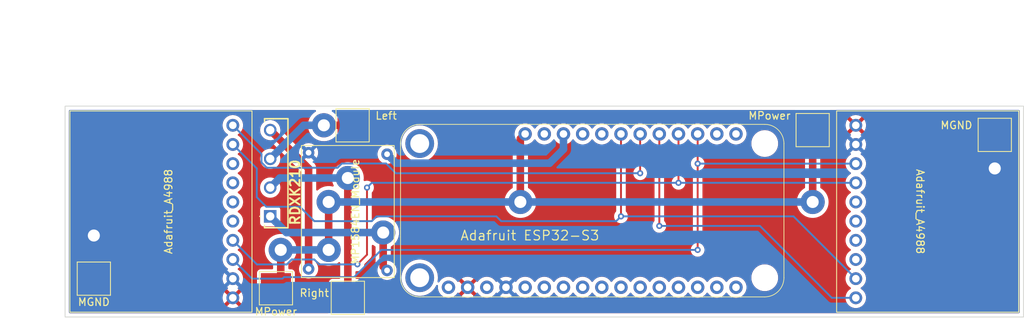
<source format=kicad_pcb>
(kicad_pcb (version 20211014) (generator pcbnew)
  (layers (0 "F.Cu" signal) (31 "B.Cu" signal) (34 "B.Paste" user) (35 "F.Paste" user) (36 "B.SilkS" user "B.Silkscreen") (37 "F.SilkS" user "F.Silkscreen") (38 "B.Mask" user) (39 "F.Mask" user) (44 "Edge.Cuts" user))
  (net 0 "")
  (net 5 "/CommonSLP")
  (net 29 "Net-(D101-Pad1)")
  (net 30 "Net-(D101-Pad2)")
  (net 31 "Net-(D101-Pad3)")
  (net 32 "Net-(D101-Pad4)")
  (net 33 "VDD")
  (net 34 "GND")
  (net 35 "/CommonDIR")
  (net 36 "/CommonSTEP")
  (net 37 "/FrontEN")
  (net 38 "VBUS")
  (net 39 "/RearEN")
  (net 40 "/MPower")
  (footprint "Adafruit:Adafruit A4988" (layer "F.Cu") (at 172.72 80.01 -90)
    (fp_text reference "MS101" hide)
    (fp_text value "Adafruit_A4988" (at 0 1 -90 unlocked) (layer "F.SilkS"))
    (fp_rect (start -13.335 -12.065) (end 13.335 12.065) (layer "F.SilkS") (width 0.12) (fill none))
    (pad "1" thru_hole circle (at -11.43 9.525 270) (size 1.7 1.7) (drill 1) (layers *.Cu *.Mask) (net 33 "VDD"))
    (pad "2" thru_hole circle (at -8.89 9.525 270) (size 1.7 1.7) (drill 1) (layers *.Cu *.Mask) (net 34 "GND"))
    (pad "3" thru_hole circle (at -6.35 9.525 270) (size 1.7 1.7) (drill 1) (layers *.Cu *.Mask) (net 35 "/CommonDIR"))
    (pad "4" thru_hole circle (at -3.81 9.525 270) (size 1.7 1.7) (drill 1) (layers *.Cu *.Mask) (net 36 "/CommonSTEP"))
    (pad "5" thru_hole circle (at -1.27 9.525 270) (size 1.7 1.7) (drill 1) (layers *.Cu *.Mask))
    (pad "6" thru_hole circle (at 1.27 9.525 270) (size 1.7 1.7) (drill 1) (layers *.Cu *.Mask))
    (pad "7" thru_hole circle (at 3.81 9.525 270) (size 1.7 1.7) (drill 1) (layers *.Cu *.Mask))
    (pad "8" thru_hole circle (at 6.35 9.525 270) (size 1.7 1.7) (drill 1) (layers *.Cu *.Mask))
    (pad "9" thru_hole circle (at 8.89 9.525 270) (size 1.7 1.7) (drill 1) (layers *.Cu *.Mask) (net 5 "/CommonSLP"))
    (pad "10" thru_hole circle (at 11.43 9.525 270) (size 1.7 1.7) (drill 1) (layers *.Cu *.Mask) (net 37 "/FrontEN"))
  )
  (footprint "Adafruit:Adafruit A4988" (layer "F.Cu") (at 71.12 80.01 90)
    (fp_text reference "MS103" hide)
    (fp_text value "Adafruit_A4988" (at 0 1 90 unlocked) (layer "F.SilkS"))
    (fp_rect (start -13.335 -12.065) (end 13.335 12.065) (layer "F.SilkS") (width 0.12) (fill none))
    (pad "1" thru_hole circle (at -11.43 9.525 90) (size 1.7 1.7) (drill 1) (layers *.Cu *.Mask) (net 33 "VDD"))
    (pad "2" thru_hole circle (at -8.89 9.525 90) (size 1.7 1.7) (drill 1) (layers *.Cu *.Mask) (net 34 "GND"))
    (pad "3" thru_hole circle (at -6.35 9.525 90) (size 1.7 1.7) (drill 1) (layers *.Cu *.Mask) (net 35 "/CommonDIR"))
    (pad "4" thru_hole circle (at -3.81 9.525 90) (size 1.7 1.7) (drill 1) (layers *.Cu *.Mask) (net 36 "/CommonSTEP"))
    (pad "5" thru_hole circle (at -1.27 9.525 90) (size 1.7 1.7) (drill 1) (layers *.Cu *.Mask))
    (pad "6" thru_hole circle (at 1.27 9.525 90) (size 1.7 1.7) (drill 1) (layers *.Cu *.Mask))
    (pad "7" thru_hole circle (at 3.81 9.525 90) (size 1.7 1.7) (drill 1) (layers *.Cu *.Mask))
    (pad "8" thru_hole circle (at 6.35 9.525 90) (size 1.7 1.7) (drill 1) (layers *.Cu *.Mask))
    (pad "9" thru_hole circle (at 8.89 9.525 90) (size 1.7 1.7) (drill 1) (layers *.Cu *.Mask) (net 5 "/CommonSLP"))
    (pad "10" thru_hole circle (at 11.43 9.525 90) (size 1.7 1.7) (drill 1) (layers *.Cu *.Mask) (net 39 "/RearEN"))
  )
  (footprint "RDXK210:DXK310_T0_00001" (layer "F.Cu") (at 85.6015 80.645 90)
    (fp_text reference "D101" hide)
    (fp_text value "RDXK210" (at 3.175 3.2985 90) (layer "F.SilkS") (effects (font (size 1.27 1.27) (thickness 0.254))))
    (fp_line (start -1.51 2.35) (end 12.94 2.35) (layer "F.SilkS") (width 0.2))
    (fp_line (start -1.2 -0.75) (end -1.51 -0.75) (layer "F.SilkS") (width 0.2))
    (fp_line (start 12.94 2.35) (end 12.94 -0.75) (layer "F.SilkS") (width 0.2))
    (fp_line (start 0 -1.4) (end 0 -1.4) (layer "F.SilkS") (width 0.1))
    (fp_line (start 0 -1.3) (end 0 -1.3) (layer "F.SilkS") (width 0.1))
    (fp_line (start 12.94 -0.75) (end 12.6 -0.75) (layer "F.SilkS") (width 0.2))
    (fp_line (start -1.51 -0.75) (end -1.51 2.35) (layer "F.SilkS") (width 0.2))
    (fp_arc (start 0 -1.3) (mid -0.05 -1.35) (end 0 -1.4) (layer "F.SilkS") (width 0.1))
    (fp_arc (start 0 -1.4) (mid 0.05 -1.35) (end 0 -1.3) (layer "F.SilkS") (width 0.1))
    (pad "1" thru_hole rect locked (at 0 0 90) (size 1.665 1.665) (drill 1.11) (layers *.Cu *.Mask) (net 29 "Net-(D101-Pad1)"))
    (pad "2" thru_hole circle locked (at 3.81 0 90) (size 1.665 1.665) (drill 1.11) (layers *.Cu *.Mask) (net 30 "Net-(D101-Pad2)"))
    (pad "3" thru_hole circle locked (at 7.62 0 90) (size 1.665 1.665) (drill 1.11) (layers *.Cu *.Mask) (net 31 "Net-(D101-Pad3)"))
    (pad "4" thru_hole circle locked (at 11.43 0 90) (size 1.665 1.665) (drill 1.11) (layers *.Cu *.Mask) (net 32 "Net-(D101-Pad4)"))
  )
  (footprint "TestPoint:TestPoint_Pad_4.0x4.0mm" (layer "F.Cu") (at 62.23 88.9)
    (fp_text reference "TP103" hide)
    (fp_text value "MGND" (at 0 3.1) (layer "F.SilkS"))
    (fp_line (start -2.2 2.2) (end -2.2 -2.2) (layer "F.SilkS") (width 0.12))
    (fp_line (start 2.2 -2.2) (end 2.2 2.2) (layer "F.SilkS") (width 0.12))
    (fp_line (start 2.2 2.2) (end -2.2 2.2) (layer "F.SilkS") (width 0.12))
    (fp_line (start -2.2 -2.2) (end 2.2 -2.2) (layer "F.SilkS") (width 0.12))
    (pad "1" smd rect (at 0 0) (size 4 4) (layers "F.Cu" "F.Mask") (net 34 "GND"))
  )
  (footprint "PowerSupply:MP1584EN Module" (layer "F.Cu") (at 95.885 80.01 90)
    (fp_text reference "MS104" hide)
    (fp_text value "MP1584EN_Module" (at 0 1 90 unlocked) (layer "F.SilkS"))
    (fp_rect (start -8.75 -6.15) (end 8.75 6.15) (layer "F.SilkS") (width 0.12) (fill none))
    (pad "1" thru_hole circle (at -7.6 -5.2 90) (size 1.524 1.524) (drill 0.762) (layers *.Cu *.Mask) (net 32 "Net-(D101-Pad4)"))
    (pad "2" thru_hole circle (at -7.8 5.2 90) (size 1.524 1.524) (drill 0.762) (layers *.Cu *.Mask) (net 29 "Net-(D101-Pad1)"))
    (pad "3" thru_hole circle (at 7.6 5.2 90) (size 1.524 1.524) (drill 0.762) (layers *.Cu *.Mask) (net 38 "VBUS"))
    (pad "4" thru_hole circle (at 7.8 -5.2 90) (size 1.524 1.524) (drill 0.762) (layers *.Cu *.Mask) (net 34 "GND"))
  )
  (footprint "TestPoint:TestPoint_Pad_4.0x4.0mm" (layer "F.Cu") (at 181.61 69.85)
    (fp_text reference "TP104" hide)
    (fp_text value "MGND" (at -5.08 -1.27) (layer "F.SilkS"))
    (fp_line (start -2.2 -2.2) (end 2.2 -2.2) (layer "F.SilkS") (width 0.12))
    (fp_line (start 2.2 -2.2) (end 2.2 2.2) (layer "F.SilkS") (width 0.12))
    (fp_line (start -2.2 2.2) (end -2.2 -2.2) (layer "F.SilkS") (width 0.12))
    (fp_line (start 2.2 2.2) (end -2.2 2.2) (layer "F.SilkS") (width 0.12))
    (pad "1" smd rect (at 0 0) (size 4 4) (layers "F.Cu" "F.Mask") (net 34 "GND"))
  )
  (footprint "TestPoint:TestPoint_Pad_4.0x4.0mm" (layer "F.Cu") (at 95.885 91.44)
    (fp_text reference "TP102" hide)
    (fp_text value "Right" (at -4.445 -0.635) (layer "F.SilkS"))
    (fp_line (start -2.2 2.2) (end -2.2 -2.2) (layer "F.SilkS") (width 0.12))
    (fp_line (start -2.2 -2.2) (end 2.2 -2.2) (layer "F.SilkS") (width 0.12))
    (fp_line (start 2.2 2.2) (end -2.2 2.2) (layer "F.SilkS") (width 0.12))
    (fp_line (start 2.2 -2.2) (end 2.2 2.2) (layer "F.SilkS") (width 0.12))
    (pad "1" smd rect (at 0 0) (size 4 4) (layers "F.Cu" "F.Mask") (net 30 "Net-(D101-Pad2)"))
  )
  (footprint "FeatherWing:FEATHERWING" (layer "F.Cu") (at 102.87 91.315)
    (fp_text reference "MS102" hide)
    (fp_text value "Adafruit ESP32-S3" (at 17.145 -8.13) (layer "F.SilkS") (effects (font (size 1.27 1.27))))
    (fp_line (start 2.54 0) (end 48.26 0) (layer "F.SilkS") (width 0.1))
    (fp_line (start 50.8 -2.54) (end 50.8 -20.32) (layer "F.SilkS") (width 0.1))
    (fp_line (start 48.26 -22.86) (end 2.54 -22.86) (layer "F.SilkS") (width 0.1))
    (fp_line (start 0 -20.32) (end 0 -2.54) (layer "F.SilkS") (width 0.1))
    (fp_arc (start 0 -20.32) (mid 0.743949 -22.116051) (end 2.54 -22.86) (layer "F.SilkS") (width 0.1))
    (fp_arc (start 48.26 -22.86) (mid 50.056051 -22.116051) (end 50.8 -20.32) (layer "F.SilkS") (width 0.1))
    (fp_arc (start 2.54 0) (mid 0.743949 -0.743949) (end 0 -2.54) (layer "F.SilkS") (width 0.1))
    (fp_arc (start 50.8 -2.54) (mid 50.056051 -0.743949) (end 48.26 0) (layer "F.SilkS") (width 0.1))
    (pad "" np_thru_hole circle (at 48.26 -20.32) (size 2.54 2.54) (drill 2.54) (layers *.Cu *.Mask))
    (pad "" np_thru_hole circle (at 48.26 -2.54) (size 2.54 2.54) (drill 2.54) (layers *.Cu *.Mask))
    (pad "1" thru_hole circle (at 6.35 -1.27) (size 1.778 1.778) (drill 0.99822) (layers *.Cu *.Paste *.Mask))
    (pad "2" thru_hole circle (at 8.89 -1.27) (size 1.778 1.778) (drill 0.99822) (layers *.Cu *.Paste *.Mask) (net 33 "VDD"))
    (pad "3" thru_hole circle (at 11.43 -1.27) (size 1.778 1.778) (drill 0.99822) (layers *.Cu *.Paste *.Mask))
    (pad "4" thru_hole circle (at 13.97 -1.27) (size 1.778 1.778) (drill 0.99822) (layers *.Cu *.Paste *.Mask) (net 34 "GND"))
    (pad "5" thru_hole circle (at 16.51 -1.27) (size 1.778 1.778) (drill 0.99822) (layers *.Cu *.Paste *.Mask))
    (pad "6" thru_hole circle (at 19.05 -1.27) (size 1.778 1.778) (drill 0.99822) (layers *.Cu *.Paste *.Mask))
    (pad "7" thru_hole circle (at 21.59 -1.27) (size 1.778 1.778) (drill 0.99822) (layers *.Cu *.Paste *.Mask))
    (pad "8" thru_hole circle (at 24.13 -1.27) (size 1.778 1.778) (drill 0.99822) (layers *.Cu *.Paste *.Mask))
    (pad "9" thru_hole circle (at 26.67 -1.27) (size 1.778 1.778) (drill 0.99822) (layers *.Cu *.Paste *.Mask))
    (pad "10" thru_hole circle (at 29.21 -1.27) (size 1.778 1.778) (drill 0.99822) (layers *.Cu *.Paste *.Mask))
    (pad "11" thru_hole circle (at 31.75 -1.27) (size 1.778 1.778) (drill 0.99822) (layers *.Cu *.Paste *.Mask))
    (pad "12" thru_hole circle (at 34.29 -1.27) (size 1.778 1.778) (drill 0.99822) (layers *.Cu *.Paste *.Mask))
    (pad "13" thru_hole circle (at 36.83 -1.27) (size 1.778 1.778) (drill 0.99822) (layers *.Cu *.Paste *.Mask))
    (pad "14" thru_hole circle (at 39.37 -1.27) (size 1.778 1.778) (drill 0.99822) (layers *.Cu *.Paste *.Mask))
    (pad "15" thru_hole circle (at 41.91 -1.27) (size 1.778 1.778) (drill 0.99822) (layers *.Cu *.Paste *.Mask))
    (pad "16" thru_hole circle (at 44.45 -1.27) (size 1.778 1.778) (drill 0.99822) (layers *.Cu *.Paste *.Mask))
    (pad "17" thru_hole circle (at 44.45 -21.59) (size 1.778 1.778) (drill 0.99822) (layers *.Cu *.Paste *.Mask))
    (pad "18" thru_hole circle (at 41.91 -21.59) (size 1.778 1.778) (drill 0.99822) (layers *.Cu *.Paste *.Mask))
    (pad "19" thru_hole circle (at 39.37 -21.59) (size 1.778 1.778) (drill 0.99822) (layers *.Cu *.Paste *.Mask) (net 35 "/CommonDIR"))
    (pad "20" thru_hole circle (at 36.83 -21.59) (size 1.778 1.778) (drill 0.99822) (layers *.Cu *.Paste *.Mask) (net 36 "/CommonSTEP"))
    (pad "21" thru_hole circle (at 34.29 -21.59) (size 1.778 1.778) (drill 0.99822) (layers *.Cu *.Paste *.Mask) (net 37 "/FrontEN"))
    (pad "22" thru_hole circle (at 31.75 -21.59) (size 1.778 1.778) (drill 0.99822) (layers *.Cu *.Paste *.Mask) (net 39 "/RearEN"))
    (pad "23" thru_hole circle (at 29.21 -21.59) (size 1.778 1.778) (drill 0.99822) (layers *.Cu *.Paste *.Mask) (net 5 "/CommonSLP"))
    (pad "24" thru_hole circle (at 26.67 -21.59) (size 1.778 1.778) (drill 0.99822) (layers *.Cu *.Paste *.Mask))
    (pad "25" thru_hole circle (at 24.13 -21.59) (size 1.778 1.778) (drill 0.99822) (layers *.Cu *.Paste *.Mask))
    (pad "26" thru_hole circle (at 21.59 -21.59) (size 1.778 1.778) (drill 0.99822) (layers *.Cu *.Paste *.Mask) (net 38 "VBUS"))
    (pad "27" thru_hole circle (at 19.05 -21.59) (size 1.778 1.778) (drill 0.99822) (layers *.Cu *.Paste *.Mask))
    (pad "28" thru_hole circle (at 16.51 -21.59) (size 1.778 1.778) (drill 0.99822) (layers *.Cu *.Paste *.Mask) (net 40 "/MPower"))
    (pad "P$1" thru_hole circle (at 2.54 -20.32) (size 3.81 3.81) (drill 2.49936) (layers *.Cu *.Paste *.Mask))
    (pad "P$2" thru_hole circle (at 2.54 -2.54) (size 3.81 3.81) (drill 2.49936) (layers *.Cu *.Paste *.Mask))
  )
  (footprint "TestPoint:TestPoint_Pad_4.0x4.0mm" (layer "F.Cu") (at 96.52 68.58)
    (fp_text reference "TP101" hide)
    (fp_text value "Left" (at 4.445 -1.27) (layer "F.SilkS"))
    (fp_line (start 2.2 -2.2) (end 2.2 2.2) (layer "F.SilkS") (width 0.12))
    (fp_line (start 2.2 2.2) (end -2.2 2.2) (layer "F.SilkS") (width 0.12))
    (fp_line (start -2.2 2.2) (end -2.2 -2.2) (layer "F.SilkS") (width 0.12))
    (fp_line (start -2.2 -2.2) (end 2.2 -2.2) (layer "F.SilkS") (width 0.12))
    (pad "1" smd rect (at 0 0) (size 4 4) (layers "F.Cu" "F.Mask") (net 31 "Net-(D101-Pad3)"))
  )
  (footprint "TestPoint:TestPoint_Pad_4.0x4.0mm" (layer "F.Cu") (at 157.48 69.215)
    (fp_text reference "TP106" hide)
    (fp_text value "MPower" (at -5.715 -1.905) (layer "F.SilkS"))
    (fp_line (start -2.2 -2.2) (end 2.2 -2.2) (layer "F.SilkS") (width 0.12))
    (fp_line (start 2.2 2.2) (end -2.2 2.2) (layer "F.SilkS") (width 0.12))
    (fp_line (start 2.2 -2.2) (end 2.2 2.2) (layer "F.SilkS") (width 0.12))
    (fp_line (start -2.2 2.2) (end -2.2 -2.2) (layer "F.SilkS") (width 0.12))
    (pad "1" smd rect (at 0 0) (size 4 4) (layers "F.Cu" "F.Mask") (net 40 "/MPower"))
  )
  (footprint "TestPoint:TestPoint_Pad_4.0x4.0mm" (layer "F.Cu") (at 86.36 90.17)
    (fp_text reference "TP105" hide)
    (fp_text value "MPower" (at 0 3.1) (layer "F.SilkS"))
    (fp_line (start -2.2 2.2) (end -2.2 -2.2) (layer "F.SilkS") (width 0.12))
    (fp_line (start -2.2 -2.2) (end 2.2 -2.2) (layer "F.SilkS") (width 0.12))
    (fp_line (start 2.2 2.2) (end -2.2 2.2) (layer "F.SilkS") (width 0.12))
    (fp_line (start 2.2 -2.2) (end 2.2 2.2) (layer "F.SilkS") (width 0.12))
    (pad "1" smd rect (at 0 0) (size 4 4) (layers "F.Cu" "F.Mask") (net 40 "/MPower"))
  )
  (gr_rect (start 58.42 66.04) (end 185.42 93.98) (layer "Edge.Cuts") (width 0.1) (fill none))
  (segment (start 132.08 80.645) (end 132.08 69.725) (width 0.25) (layer "F.Cu") (net 5))
  (via (at 132.08 80.645) (size 0.8) (drill 0.4) (layers "F.Cu" "B.Cu") (net 5))
  (segment (start 131.445 81.28) (end 132.08 80.645) (width 0.25) (layer "B.Cu") (net 5))
  (segment (start 116.205 81.28) (end 131.445 81.28) (width 0.25) (layer "B.Cu") (net 5))
  (segment (start 85.09 79.375) (end 89.535 79.375) (width 0.25) (layer "B.Cu") (net 5))
  (segment (start 80.645 71.12) (end 83.82 74.295) (width 0.25) (layer "B.Cu") (net 5))
  (segment (start 163.195 88.9) (end 154.94 80.645) (width 0.25) (layer "B.Cu") (net 5))
  (segment (start 99.695 80.645) (end 115.57 80.645) (width 0.25) (layer "B.Cu") (net 5))
  (segment (start 89.535 79.375) (end 91.44 81.28) (width 0.25) (layer "B.Cu") (net 5))
  (segment (start 154.94 80.645) (end 132.08 80.645) (width 0.25) (layer "B.Cu") (net 5))
  (segment (start 83.82 74.295) (end 83.82 78.105) (width 0.25) (layer "B.Cu") (net 5))
  (segment (start 83.82 78.105) (end 85.09 79.375) (width 0.25) (layer "B.Cu") (net 5))
  (segment (start 115.57 80.645) (end 116.205 81.28) (width 0.25) (layer "B.Cu") (net 5))
  (segment (start 99.06 81.28) (end 99.695 80.645) (width 0.25) (layer "B.Cu") (net 5))
  (segment (start 91.44 81.28) (end 99.06 81.28) (width 0.25) (layer "B.Cu") (net 5))
  (segment (start 100.57 82.79) (end 100.57 87.295) (width 1) (layer "F.Cu") (net 29))
  (segment (start 100.57 87.295) (end 101.085 87.81) (width 1) (layer "F.Cu") (net 29))
  (via (at 100.57 82.79) (size 3.2) (drill 1.6) (layers "F.Cu" "B.Cu") (net 29))
  (segment (start 87.7465 82.79) (end 100.57 82.79) (width 1) (layer "B.Cu") (net 29))
  (segment (start 85.6015 80.645) (end 87.7465 82.79) (width 1) (layer "B.Cu") (net 29))
  (segment (start 95.885 91.44) (end 95.885 75.565) (width 1) (layer "F.Cu") (net 30))
  (via (at 95.885 75.565) (size 3.2) (drill 1.6) (layers "F.Cu" "B.Cu") (net 30))
  (segment (start 95.885 75.565) (end 86.8715 75.565) (width 1) (layer "B.Cu") (net 30))
  (segment (start 86.8715 75.565) (end 85.6015 76.835) (width 1) (layer "B.Cu") (net 30))
  (segment (start 96.52 68.58) (end 92.71 68.58) (width 1) (layer "F.Cu") (net 31))
  (via (at 92.71 68.58) (size 3.2) (drill 1.6) (layers "F.Cu" "B.Cu") (net 31))
  (segment (start 90.0465 68.58) (end 85.6015 73.025) (width 1) (layer "B.Cu") (net 31))
  (segment (start 92.71 68.58) (end 90.0465 68.58) (width 1) (layer "B.Cu") (net 31))
  (segment (start 90.685 74.2985) (end 85.6015 69.215) (width 1) (layer "F.Cu") (net 32))
  (segment (start 90.685 87.61) (end 90.685 74.2985) (width 1) (layer "F.Cu") (net 32))
  (segment (start 181.61 69.85) (end 181.61 74.295) (width 1) (layer "F.Cu") (net 34))
  (segment (start 62.23 88.9) (end 62.23 83.185) (width 1) (layer "F.Cu") (net 34))
  (via (at 181.61 74.295) (size 3.2) (drill 1.6) (layers "F.Cu" "B.Cu") (net 34))
  (via (at 62.23 83.185) (size 3.2) (drill 1.6) (layers "F.Cu" "B.Cu") (net 34))
  (segment (start 142.24 85.09) (end 142.24 73.66) (width 0.25) (layer "F.Cu") (net 35))
  (segment (start 142.24 73.66) (end 142.24 69.725) (width 0.25) (layer "F.Cu") (net 35))
  (via (at 142.24 85.09) (size 0.8) (drill 0.4) (layers "F.Cu" "B.Cu") (net 35))
  (via (at 142.24 73.66) (size 0.8) (drill 0.4) (layers "F.Cu" "B.Cu") (net 35))
  (segment (start 96.723 88.697) (end 100.33 85.09) (width 0.25) (layer "B.Cu") (net 35))
  (segment (start 83.185 88.9) (end 87.224 88.9) (width 0.25) (layer "B.Cu") (net 35))
  (segment (start 100.33 85.09) (end 142.24 85.09) (width 0.25) (layer "B.Cu") (net 35))
  (segment (start 80.645 86.36) (end 83.185 88.9) (width 0.25) (layer "B.Cu") (net 35))
  (segment (start 163.195 73.66) (end 142.24 73.66) (width 0.25) (layer "B.Cu") (net 35))
  (segment (start 87.427 88.697) (end 96.723 88.697) (width 0.25) (layer "B.Cu") (net 35))
  (segment (start 87.224 88.9) (end 87.427 88.697) (width 0.25) (layer "B.Cu") (net 35))
  (segment (start 139.7 76.2) (end 139.7 69.725) (width 0.25) (layer "F.Cu") (net 36))
  (segment (start 98.425 85.725) (end 97.155 86.995) (width 0.25) (layer "F.Cu") (net 36))
  (segment (start 98.425 76.835) (end 98.425 85.725) (width 0.25) (layer "F.Cu") (net 36))
  (via (at 97.155 86.995) (size 0.8) (drill 0.4) (layers "F.Cu" "B.Cu") (net 36))
  (via (at 139.7 76.2) (size 0.8) (drill 0.4) (layers "F.Cu" "B.Cu") (net 36))
  (via (at 98.425 76.835) (size 0.8) (drill 0.4) (layers "F.Cu" "B.Cu") (net 36))
  (segment (start 97.135 87.015) (end 92.095 87.015) (width 0.25) (layer "B.Cu") (net 36))
  (segment (start 163.195 76.2) (end 139.7 76.2) (width 0.25) (layer "B.Cu") (net 36))
  (segment (start 91.44 86.36) (end 88.447362 86.36) (width 0.25) (layer "B.Cu") (net 36))
  (segment (start 97.155 86.995) (end 97.135 87.015) (width 0.25) (layer "B.Cu") (net 36))
  (segment (start 88.447362 86.36) (end 87.792362 87.015) (width 0.25) (layer "B.Cu") (net 36))
  (segment (start 99.06 76.2) (end 98.425 76.835) (width 0.25) (layer "B.Cu") (net 36))
  (segment (start 87.792362 87.015) (end 83.84 87.015) (width 0.25) (layer "B.Cu") (net 36))
  (segment (start 92.095 87.015) (end 91.44 86.36) (width 0.25) (layer "B.Cu") (net 36))
  (segment (start 139.7 76.2) (end 99.06 76.2) (width 0.25) (layer "B.Cu") (net 36))
  (segment (start 83.84 87.015) (end 80.645 83.82) (width 0.25) (layer "B.Cu") (net 36))
  (segment (start 137.16 81.915) (end 137.16 69.725) (width 0.25) (layer "F.Cu") (net 37))
  (via (at 137.16 81.915) (size 0.8) (drill 0.4) (layers "F.Cu" "B.Cu") (net 37))
  (segment (start 150.495 81.915) (end 137.16 81.915) (width 0.25) (layer "B.Cu") (net 37))
  (segment (start 153.67 85.09) (end 150.495 81.915) (width 0.25) (layer "B.Cu") (net 37))
  (segment (start 163.195 91.44) (end 160.02 91.44) (width 0.25) (layer "B.Cu") (net 37))
  (segment (start 160.02 91.44) (end 153.67 85.09) (width 0.25) (layer "B.Cu") (net 37))
  (segment (start 122.615 73.6) (end 124.46 71.755) (width 1) (layer "B.Cu") (net 38))
  (segment (start 101.085 72.41) (end 102.275 73.6) (width 1) (layer "B.Cu") (net 38))
  (segment (start 102.275 73.6) (end 122.615 73.6) (width 1) (layer "B.Cu") (net 38))
  (segment (start 124.46 71.755) (end 124.46 69.725) (width 1) (layer "B.Cu") (net 38))
  (segment (start 134.62 74.93) (end 134.62 69.725) (width 0.25) (layer "F.Cu") (net 39))
  (via (at 134.62 74.93) (size 0.8) (drill 0.4) (layers "F.Cu" "B.Cu") (net 39))
  (segment (start 85.143366 74.203819) (end 94.523819 74.203819) (width 0.25) (layer "B.Cu") (net 39))
  (segment (start 94.523819 74.203819) (end 95.087638 73.64) (width 0.25) (layer "B.Cu") (net 39))
  (segment (start 84.444 72.379) (end 84.444 73.504453) (width 0.25) (layer "B.Cu") (net 39))
  (segment (start 102.235 74.93) (end 134.62 74.93) (width 0.25) (layer "B.Cu") (net 39))
  (segment (start 84.444 73.504453) (end 85.143366 74.203819) (width 0.25) (layer "B.Cu") (net 39))
  (segment (start 95.087638 73.64) (end 100.945 73.64) (width 0.25) (layer "B.Cu") (net 39))
  (segment (start 80.645 68.58) (end 84.444 72.379) (width 0.25) (layer "B.Cu") (net 39))
  (segment (start 100.945 73.64) (end 102.235 74.93) (width 0.25) (layer "B.Cu") (net 39))
  (segment (start 118.745 70.36) (end 119.38 69.725) (width 1) (layer "F.Cu") (net 40))
  (segment (start 86.995 85.09) (end 86.995 89.535) (width 1) (layer "F.Cu") (net 40))
  (segment (start 118.745 78.74) (end 118.745 70.36) (width 1) (layer "F.Cu") (net 40))
  (segment (start 86.995 89.535) (end 86.36 90.17) (width 1) (layer "F.Cu") (net 40))
  (segment (start 93.345 78.74) (end 93.345 85.09) (width 1) (layer "F.Cu") (net 40))
  (segment (start 157.48 69.215) (end 157.48 78.74) (width 1) (layer "F.Cu") (net 40))
  (via (at 93.345 85.09) (size 3.2) (drill 1.6) (layers "F.Cu" "B.Cu") (net 40))
  (via (at 157.48 78.74) (size 3.2) (drill 1.6) (layers "F.Cu" "B.Cu") (net 40))
  (via (at 118.745 78.74) (size 3.2) (drill 1.6) (layers "F.Cu" "B.Cu") (net 40))
  (via (at 86.995 85.09) (size 3.2) (drill 1.6) (layers "F.Cu" "B.Cu") (net 40))
  (via (at 93.345 78.74) (size 3.2) (drill 1.6) (layers "F.Cu" "B.Cu") (net 40))
  (segment (start 93.345 85.09) (end 86.995 85.09) (width 1) (layer "B.Cu") (net 40))
  (segment (start 157.48 78.74) (end 118.745 78.74) (width 1) (layer "B.Cu") (net 40))
  (segment (start 118.745 78.74) (end 93.345 78.74) (width 1) (layer "B.Cu") (net 40))
  (zone (net 33) (net_name "VDD") (layer "F.Cu") (connect_pads (clearance 0.508)) (min_thickness 0.254) (fill yes (thermal_gap 0.508) (thermal_bridge_width 0.508))
    (polygon (pts (xy 185.42 93.98) (xy 58.42 93.98) (xy 58.42 66.04) (xy 185.42 66.04)))
  )
  (zone (net 34) (net_name "GND") (layer "B.Cu") (connect_pads (clearance 0.508)) (min_thickness 0.254) (fill yes (thermal_gap 0.508) (thermal_bridge_width 0.508))
    (polygon (pts (xy 185.42 93.98) (xy 58.42 93.98) (xy 58.42 64.77) (xy 185.42 64.77)))
  )
)
</source>
